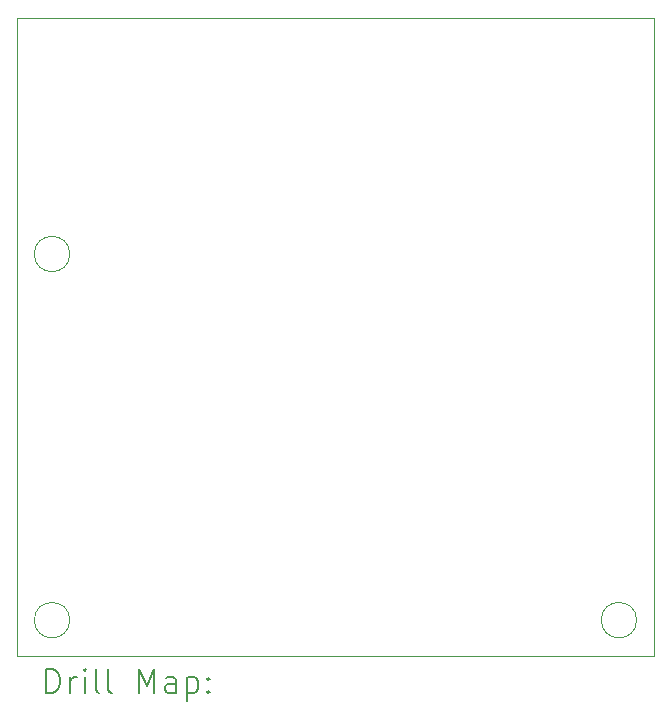
<source format=gbr>
%TF.GenerationSoftware,KiCad,Pcbnew,6.0.7+dfsg-1~bpo11+1*%
%TF.CreationDate,2022-10-12T23:43:49+02:00*%
%TF.ProjectId,rib8in_00,72696238-696e-45f3-9030-2e6b69636164,rev?*%
%TF.SameCoordinates,Original*%
%TF.FileFunction,Drillmap*%
%TF.FilePolarity,Positive*%
%FSLAX45Y45*%
G04 Gerber Fmt 4.5, Leading zero omitted, Abs format (unit mm)*
G04 Created by KiCad (PCBNEW 6.0.7+dfsg-1~bpo11+1) date 2022-10-12 23:43:49*
%MOMM*%
%LPD*%
G01*
G04 APERTURE LIST*
%ADD10C,0.100000*%
%ADD11C,0.200000*%
G04 APERTURE END LIST*
D10*
X12850000Y-8600000D02*
G75*
G03*
X12850000Y-8600000I-150000J0D01*
G01*
X12850000Y-11700000D02*
G75*
G03*
X12850000Y-11700000I-150000J0D01*
G01*
X12400000Y-12000000D02*
X17800000Y-12000000D01*
X17800000Y-12000000D02*
X17800000Y-6600000D01*
X17800000Y-6600000D02*
X12400000Y-6600000D01*
X12400000Y-6600000D02*
X12400000Y-12000000D01*
X17650000Y-11700000D02*
G75*
G03*
X17650000Y-11700000I-150000J0D01*
G01*
D11*
X12652619Y-12315476D02*
X12652619Y-12115476D01*
X12700238Y-12115476D01*
X12728809Y-12125000D01*
X12747857Y-12144048D01*
X12757381Y-12163095D01*
X12766905Y-12201190D01*
X12766905Y-12229762D01*
X12757381Y-12267857D01*
X12747857Y-12286905D01*
X12728809Y-12305952D01*
X12700238Y-12315476D01*
X12652619Y-12315476D01*
X12852619Y-12315476D02*
X12852619Y-12182143D01*
X12852619Y-12220238D02*
X12862143Y-12201190D01*
X12871667Y-12191667D01*
X12890714Y-12182143D01*
X12909762Y-12182143D01*
X12976428Y-12315476D02*
X12976428Y-12182143D01*
X12976428Y-12115476D02*
X12966905Y-12125000D01*
X12976428Y-12134524D01*
X12985952Y-12125000D01*
X12976428Y-12115476D01*
X12976428Y-12134524D01*
X13100238Y-12315476D02*
X13081190Y-12305952D01*
X13071667Y-12286905D01*
X13071667Y-12115476D01*
X13205000Y-12315476D02*
X13185952Y-12305952D01*
X13176428Y-12286905D01*
X13176428Y-12115476D01*
X13433571Y-12315476D02*
X13433571Y-12115476D01*
X13500238Y-12258333D01*
X13566905Y-12115476D01*
X13566905Y-12315476D01*
X13747857Y-12315476D02*
X13747857Y-12210714D01*
X13738333Y-12191667D01*
X13719286Y-12182143D01*
X13681190Y-12182143D01*
X13662143Y-12191667D01*
X13747857Y-12305952D02*
X13728809Y-12315476D01*
X13681190Y-12315476D01*
X13662143Y-12305952D01*
X13652619Y-12286905D01*
X13652619Y-12267857D01*
X13662143Y-12248809D01*
X13681190Y-12239286D01*
X13728809Y-12239286D01*
X13747857Y-12229762D01*
X13843095Y-12182143D02*
X13843095Y-12382143D01*
X13843095Y-12191667D02*
X13862143Y-12182143D01*
X13900238Y-12182143D01*
X13919286Y-12191667D01*
X13928809Y-12201190D01*
X13938333Y-12220238D01*
X13938333Y-12277381D01*
X13928809Y-12296428D01*
X13919286Y-12305952D01*
X13900238Y-12315476D01*
X13862143Y-12315476D01*
X13843095Y-12305952D01*
X14024048Y-12296428D02*
X14033571Y-12305952D01*
X14024048Y-12315476D01*
X14014524Y-12305952D01*
X14024048Y-12296428D01*
X14024048Y-12315476D01*
X14024048Y-12191667D02*
X14033571Y-12201190D01*
X14024048Y-12210714D01*
X14014524Y-12201190D01*
X14024048Y-12191667D01*
X14024048Y-12210714D01*
M02*

</source>
